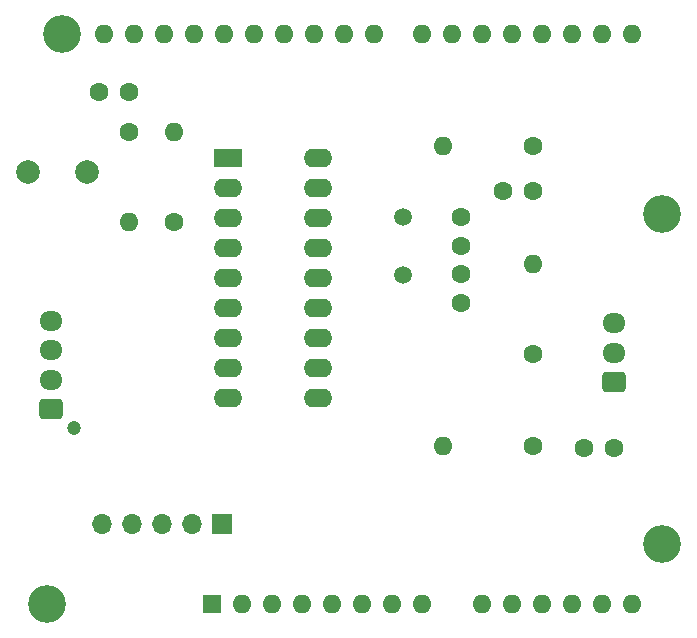
<source format=gbr>
%TF.GenerationSoftware,KiCad,Pcbnew,8.0.8-8.0.8-0~ubuntu22.04.1*%
%TF.CreationDate,2025-01-20T16:52:57+09:00*%
%TF.ProjectId,M252,4d323532-2e6b-4696-9361-645f70636258,2.00*%
%TF.SameCoordinates,Original*%
%TF.FileFunction,Soldermask,Bot*%
%TF.FilePolarity,Negative*%
%FSLAX46Y46*%
G04 Gerber Fmt 4.6, Leading zero omitted, Abs format (unit mm)*
G04 Created by KiCad (PCBNEW 8.0.8-8.0.8-0~ubuntu22.04.1) date 2025-01-20 16:52:57*
%MOMM*%
%LPD*%
G01*
G04 APERTURE LIST*
G04 Aperture macros list*
%AMRoundRect*
0 Rectangle with rounded corners*
0 $1 Rounding radius*
0 $2 $3 $4 $5 $6 $7 $8 $9 X,Y pos of 4 corners*
0 Add a 4 corners polygon primitive as box body*
4,1,4,$2,$3,$4,$5,$6,$7,$8,$9,$2,$3,0*
0 Add four circle primitives for the rounded corners*
1,1,$1+$1,$2,$3*
1,1,$1+$1,$4,$5*
1,1,$1+$1,$6,$7*
1,1,$1+$1,$8,$9*
0 Add four rect primitives between the rounded corners*
20,1,$1+$1,$2,$3,$4,$5,0*
20,1,$1+$1,$4,$5,$6,$7,0*
20,1,$1+$1,$6,$7,$8,$9,0*
20,1,$1+$1,$8,$9,$2,$3,0*%
G04 Aperture macros list end*
%ADD10C,3.200000*%
%ADD11R,1.600000X1.600000*%
%ADD12O,1.600000X1.600000*%
%ADD13C,1.200000*%
%ADD14RoundRect,0.250000X0.725000X-0.600000X0.725000X0.600000X-0.725000X0.600000X-0.725000X-0.600000X0*%
%ADD15O,1.950000X1.700000*%
%ADD16C,1.600000*%
%ADD17C,2.000000*%
%ADD18R,2.400000X1.600000*%
%ADD19O,2.400000X1.600000*%
%ADD20C,1.500000*%
%ADD21R,1.700000X1.700000*%
%ADD22O,1.700000X1.700000*%
G04 APERTURE END LIST*
D10*
%TO.C,REF\u002A\u002A*%
X101260000Y-104760000D03*
X102530000Y-56500000D03*
X153330000Y-71740000D03*
X153330000Y-99680000D03*
D11*
X115230000Y-104760000D03*
D12*
X117770000Y-104760000D03*
X120310000Y-104760000D03*
X122850000Y-104760000D03*
X125390000Y-104760000D03*
X127930000Y-104760000D03*
X130470000Y-104760000D03*
X133010000Y-104760000D03*
X138090000Y-104760000D03*
X140630000Y-104760000D03*
X143170000Y-104760000D03*
X145710000Y-104760000D03*
X148250000Y-104760000D03*
X150790000Y-104760000D03*
X150790000Y-56500000D03*
X148250000Y-56500000D03*
X145710000Y-56500000D03*
X143170000Y-56500000D03*
X140630000Y-56500000D03*
X138090000Y-56500000D03*
X135550000Y-56500000D03*
X133010000Y-56500000D03*
X128950000Y-56500000D03*
X126410000Y-56500000D03*
X123870000Y-56500000D03*
X121330000Y-56500000D03*
X118790000Y-56500000D03*
X116250000Y-56500000D03*
X113710000Y-56500000D03*
X111170000Y-56500000D03*
X108630000Y-56500000D03*
X106090000Y-56500000D03*
%TD*%
D13*
%TO.C,J101*%
X103600000Y-89900000D03*
D14*
X101600000Y-88300000D03*
D15*
X101600000Y-85800000D03*
X101600000Y-83300000D03*
X101600000Y-80800000D03*
%TD*%
D16*
%TO.C,R101*%
X108200000Y-64780000D03*
D12*
X108200000Y-72400000D03*
%TD*%
D16*
%TO.C,C102*%
X136362000Y-76800000D03*
X136362000Y-79300000D03*
%TD*%
D17*
%TO.C,SW101*%
X104700000Y-68200000D03*
X99700000Y-68200000D03*
%TD*%
D16*
%TO.C,R104*%
X142400000Y-83600000D03*
D12*
X142400000Y-75980000D03*
%TD*%
D16*
%TO.C,R105*%
X142410000Y-91400000D03*
D12*
X134790000Y-91400000D03*
%TD*%
D18*
%TO.C,IC101*%
X116580000Y-66980000D03*
D19*
X116580000Y-69520000D03*
X116580000Y-72060000D03*
X116580000Y-74600000D03*
X116580000Y-77140000D03*
X116580000Y-79680000D03*
X116580000Y-82220000D03*
X116580000Y-84760000D03*
X116580000Y-87300000D03*
X124200000Y-87300000D03*
X124200000Y-84760000D03*
X124200000Y-82220000D03*
X124200000Y-79680000D03*
X124200000Y-77140000D03*
X124200000Y-74600000D03*
X124200000Y-72060000D03*
X124200000Y-69520000D03*
X124200000Y-66980000D03*
%TD*%
D16*
%TO.C,C101*%
X146750000Y-91600000D03*
X149250000Y-91600000D03*
%TD*%
D20*
%TO.C,Q101*%
X131400000Y-72000000D03*
X131400000Y-76880000D03*
%TD*%
D16*
%TO.C,R103*%
X142410000Y-66000000D03*
D12*
X134790000Y-66000000D03*
%TD*%
D16*
%TO.C,C104*%
X108200000Y-61400000D03*
X105700000Y-61400000D03*
%TD*%
D21*
%TO.C,J102*%
X116075000Y-98000000D03*
D22*
X113535000Y-98000000D03*
X110995000Y-98000000D03*
X108455000Y-98000000D03*
X105915000Y-98000000D03*
%TD*%
D16*
%TO.C,C105*%
X142400000Y-69800000D03*
X139900000Y-69800000D03*
%TD*%
%TO.C,R102*%
X112000000Y-72410000D03*
D12*
X112000000Y-64790000D03*
%TD*%
D14*
%TO.C,J103*%
X149250000Y-86000000D03*
D15*
X149250000Y-83500000D03*
X149250000Y-81000000D03*
%TD*%
D16*
%TO.C,C103*%
X136336600Y-72000000D03*
X136336600Y-74500000D03*
%TD*%
M02*

</source>
